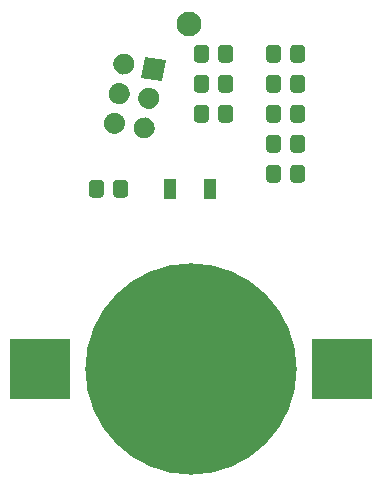
<source format=gbr>
%TF.GenerationSoftware,KiCad,Pcbnew,(5.1.6)-1*%
%TF.CreationDate,2021-01-16T18:50:24+01:00*%
%TF.ProjectId,Snowman_Earring,536e6f77-6d61-46e5-9f45-617272696e67,rev?*%
%TF.SameCoordinates,Original*%
%TF.FileFunction,Soldermask,Bot*%
%TF.FilePolarity,Negative*%
%FSLAX46Y46*%
G04 Gerber Fmt 4.6, Leading zero omitted, Abs format (unit mm)*
G04 Created by KiCad (PCBNEW (5.1.6)-1) date 2021-01-16 18:50:24*
%MOMM*%
%LPD*%
G01*
G04 APERTURE LIST*
%ADD10C,2.100000*%
%ADD11R,5.200000X5.200000*%
%ADD12C,17.900000*%
%ADD13C,0.100000*%
%ADD14R,1.000000X1.800000*%
G04 APERTURE END LIST*
D10*
%TO.C,REF\u002A\u002A*%
X100786932Y-60960000D03*
%TD*%
%TO.C,R0*%
G36*
G01*
X94380000Y-75408262D02*
X94380000Y-74451738D01*
G75*
G02*
X94651738Y-74180000I271738J0D01*
G01*
X95358262Y-74180000D01*
G75*
G02*
X95630000Y-74451738I0J-271738D01*
G01*
X95630000Y-75408262D01*
G75*
G02*
X95358262Y-75680000I-271738J0D01*
G01*
X94651738Y-75680000D01*
G75*
G02*
X94380000Y-75408262I0J271738D01*
G01*
G37*
G36*
G01*
X92330000Y-75408262D02*
X92330000Y-74451738D01*
G75*
G02*
X92601738Y-74180000I271738J0D01*
G01*
X93308262Y-74180000D01*
G75*
G02*
X93580000Y-74451738I0J-271738D01*
G01*
X93580000Y-75408262D01*
G75*
G02*
X93308262Y-75680000I-271738J0D01*
G01*
X92601738Y-75680000D01*
G75*
G02*
X92330000Y-75408262I0J271738D01*
G01*
G37*
%TD*%
%TO.C,R8*%
G36*
G01*
X109375000Y-63978262D02*
X109375000Y-63021738D01*
G75*
G02*
X109646738Y-62750000I271738J0D01*
G01*
X110353262Y-62750000D01*
G75*
G02*
X110625000Y-63021738I0J-271738D01*
G01*
X110625000Y-63978262D01*
G75*
G02*
X110353262Y-64250000I-271738J0D01*
G01*
X109646738Y-64250000D01*
G75*
G02*
X109375000Y-63978262I0J271738D01*
G01*
G37*
G36*
G01*
X107325000Y-63978262D02*
X107325000Y-63021738D01*
G75*
G02*
X107596738Y-62750000I271738J0D01*
G01*
X108303262Y-62750000D01*
G75*
G02*
X108575000Y-63021738I0J-271738D01*
G01*
X108575000Y-63978262D01*
G75*
G02*
X108303262Y-64250000I-271738J0D01*
G01*
X107596738Y-64250000D01*
G75*
G02*
X107325000Y-63978262I0J271738D01*
G01*
G37*
%TD*%
%TO.C,R7*%
G36*
G01*
X109375000Y-66518262D02*
X109375000Y-65561738D01*
G75*
G02*
X109646738Y-65290000I271738J0D01*
G01*
X110353262Y-65290000D01*
G75*
G02*
X110625000Y-65561738I0J-271738D01*
G01*
X110625000Y-66518262D01*
G75*
G02*
X110353262Y-66790000I-271738J0D01*
G01*
X109646738Y-66790000D01*
G75*
G02*
X109375000Y-66518262I0J271738D01*
G01*
G37*
G36*
G01*
X107325000Y-66518262D02*
X107325000Y-65561738D01*
G75*
G02*
X107596738Y-65290000I271738J0D01*
G01*
X108303262Y-65290000D01*
G75*
G02*
X108575000Y-65561738I0J-271738D01*
G01*
X108575000Y-66518262D01*
G75*
G02*
X108303262Y-66790000I-271738J0D01*
G01*
X107596738Y-66790000D01*
G75*
G02*
X107325000Y-66518262I0J271738D01*
G01*
G37*
%TD*%
%TO.C,R6*%
G36*
G01*
X109375000Y-69058262D02*
X109375000Y-68101738D01*
G75*
G02*
X109646738Y-67830000I271738J0D01*
G01*
X110353262Y-67830000D01*
G75*
G02*
X110625000Y-68101738I0J-271738D01*
G01*
X110625000Y-69058262D01*
G75*
G02*
X110353262Y-69330000I-271738J0D01*
G01*
X109646738Y-69330000D01*
G75*
G02*
X109375000Y-69058262I0J271738D01*
G01*
G37*
G36*
G01*
X107325000Y-69058262D02*
X107325000Y-68101738D01*
G75*
G02*
X107596738Y-67830000I271738J0D01*
G01*
X108303262Y-67830000D01*
G75*
G02*
X108575000Y-68101738I0J-271738D01*
G01*
X108575000Y-69058262D01*
G75*
G02*
X108303262Y-69330000I-271738J0D01*
G01*
X107596738Y-69330000D01*
G75*
G02*
X107325000Y-69058262I0J271738D01*
G01*
G37*
%TD*%
%TO.C,R5*%
G36*
G01*
X109375000Y-71598262D02*
X109375000Y-70641738D01*
G75*
G02*
X109646738Y-70370000I271738J0D01*
G01*
X110353262Y-70370000D01*
G75*
G02*
X110625000Y-70641738I0J-271738D01*
G01*
X110625000Y-71598262D01*
G75*
G02*
X110353262Y-71870000I-271738J0D01*
G01*
X109646738Y-71870000D01*
G75*
G02*
X109375000Y-71598262I0J271738D01*
G01*
G37*
G36*
G01*
X107325000Y-71598262D02*
X107325000Y-70641738D01*
G75*
G02*
X107596738Y-70370000I271738J0D01*
G01*
X108303262Y-70370000D01*
G75*
G02*
X108575000Y-70641738I0J-271738D01*
G01*
X108575000Y-71598262D01*
G75*
G02*
X108303262Y-71870000I-271738J0D01*
G01*
X107596738Y-71870000D01*
G75*
G02*
X107325000Y-71598262I0J271738D01*
G01*
G37*
%TD*%
%TO.C,R4*%
G36*
G01*
X109375000Y-74138262D02*
X109375000Y-73181738D01*
G75*
G02*
X109646738Y-72910000I271738J0D01*
G01*
X110353262Y-72910000D01*
G75*
G02*
X110625000Y-73181738I0J-271738D01*
G01*
X110625000Y-74138262D01*
G75*
G02*
X110353262Y-74410000I-271738J0D01*
G01*
X109646738Y-74410000D01*
G75*
G02*
X109375000Y-74138262I0J271738D01*
G01*
G37*
G36*
G01*
X107325000Y-74138262D02*
X107325000Y-73181738D01*
G75*
G02*
X107596738Y-72910000I271738J0D01*
G01*
X108303262Y-72910000D01*
G75*
G02*
X108575000Y-73181738I0J-271738D01*
G01*
X108575000Y-74138262D01*
G75*
G02*
X108303262Y-74410000I-271738J0D01*
G01*
X107596738Y-74410000D01*
G75*
G02*
X107325000Y-74138262I0J271738D01*
G01*
G37*
%TD*%
%TO.C,R3*%
G36*
G01*
X103270000Y-69058262D02*
X103270000Y-68101738D01*
G75*
G02*
X103541738Y-67830000I271738J0D01*
G01*
X104248262Y-67830000D01*
G75*
G02*
X104520000Y-68101738I0J-271738D01*
G01*
X104520000Y-69058262D01*
G75*
G02*
X104248262Y-69330000I-271738J0D01*
G01*
X103541738Y-69330000D01*
G75*
G02*
X103270000Y-69058262I0J271738D01*
G01*
G37*
G36*
G01*
X101220000Y-69058262D02*
X101220000Y-68101738D01*
G75*
G02*
X101491738Y-67830000I271738J0D01*
G01*
X102198262Y-67830000D01*
G75*
G02*
X102470000Y-68101738I0J-271738D01*
G01*
X102470000Y-69058262D01*
G75*
G02*
X102198262Y-69330000I-271738J0D01*
G01*
X101491738Y-69330000D01*
G75*
G02*
X101220000Y-69058262I0J271738D01*
G01*
G37*
%TD*%
%TO.C,R2*%
G36*
G01*
X103270000Y-66518262D02*
X103270000Y-65561738D01*
G75*
G02*
X103541738Y-65290000I271738J0D01*
G01*
X104248262Y-65290000D01*
G75*
G02*
X104520000Y-65561738I0J-271738D01*
G01*
X104520000Y-66518262D01*
G75*
G02*
X104248262Y-66790000I-271738J0D01*
G01*
X103541738Y-66790000D01*
G75*
G02*
X103270000Y-66518262I0J271738D01*
G01*
G37*
G36*
G01*
X101220000Y-66518262D02*
X101220000Y-65561738D01*
G75*
G02*
X101491738Y-65290000I271738J0D01*
G01*
X102198262Y-65290000D01*
G75*
G02*
X102470000Y-65561738I0J-271738D01*
G01*
X102470000Y-66518262D01*
G75*
G02*
X102198262Y-66790000I-271738J0D01*
G01*
X101491738Y-66790000D01*
G75*
G02*
X101220000Y-66518262I0J271738D01*
G01*
G37*
%TD*%
%TO.C,R1*%
G36*
G01*
X103270000Y-63978262D02*
X103270000Y-63021738D01*
G75*
G02*
X103541738Y-62750000I271738J0D01*
G01*
X104248262Y-62750000D01*
G75*
G02*
X104520000Y-63021738I0J-271738D01*
G01*
X104520000Y-63978262D01*
G75*
G02*
X104248262Y-64250000I-271738J0D01*
G01*
X103541738Y-64250000D01*
G75*
G02*
X103270000Y-63978262I0J271738D01*
G01*
G37*
G36*
G01*
X101220000Y-63978262D02*
X101220000Y-63021738D01*
G75*
G02*
X101491738Y-62750000I271738J0D01*
G01*
X102198262Y-62750000D01*
G75*
G02*
X102470000Y-63021738I0J-271738D01*
G01*
X102470000Y-63978262D01*
G75*
G02*
X102198262Y-64250000I-271738J0D01*
G01*
X101491738Y-64250000D01*
G75*
G02*
X101220000Y-63978262I0J271738D01*
G01*
G37*
%TD*%
D11*
%TO.C,BT1*%
X113765001Y-90170000D03*
X88165001Y-90170000D03*
D12*
X100965001Y-90170000D03*
%TD*%
D13*
%TO.C,J1*%
G36*
X98819711Y-64021872D02*
G01*
X98538128Y-65799711D01*
X96760289Y-65518128D01*
X97041872Y-63740289D01*
X98819711Y-64021872D01*
G37*
G36*
G01*
X96170192Y-64513447D02*
X96170192Y-64513447D01*
G75*
G02*
X95140481Y-65261576I-888920J140791D01*
G01*
X95140481Y-65261576D01*
G75*
G02*
X94392352Y-64231865I140791J888920D01*
G01*
X94392352Y-64231865D01*
G75*
G02*
X95422063Y-63483736I888920J-140791D01*
G01*
X95422063Y-63483736D01*
G75*
G02*
X96170192Y-64513447I-140791J-888920D01*
G01*
G37*
G36*
G01*
X98281576Y-67419519D02*
X98281576Y-67419519D01*
G75*
G02*
X97251865Y-68167648I-888920J140791D01*
G01*
X97251865Y-68167648D01*
G75*
G02*
X96503736Y-67137937I140791J888920D01*
G01*
X96503736Y-67137937D01*
G75*
G02*
X97533447Y-66389808I888920J-140791D01*
G01*
X97533447Y-66389808D01*
G75*
G02*
X98281576Y-67419519I-140791J-888920D01*
G01*
G37*
G36*
G01*
X95772848Y-67022176D02*
X95772848Y-67022176D01*
G75*
G02*
X94743137Y-67770305I-888920J140791D01*
G01*
X94743137Y-67770305D01*
G75*
G02*
X93995008Y-66740594I140791J888920D01*
G01*
X93995008Y-66740594D01*
G75*
G02*
X95024719Y-65992465I888920J-140791D01*
G01*
X95024719Y-65992465D01*
G75*
G02*
X95772848Y-67022176I-140791J-888920D01*
G01*
G37*
G36*
G01*
X97884233Y-69928248D02*
X97884233Y-69928248D01*
G75*
G02*
X96854522Y-70676377I-888920J140791D01*
G01*
X96854522Y-70676377D01*
G75*
G02*
X96106393Y-69646666I140791J888920D01*
G01*
X96106393Y-69646666D01*
G75*
G02*
X97136104Y-68898537I888920J-140791D01*
G01*
X97136104Y-68898537D01*
G75*
G02*
X97884233Y-69928248I-140791J-888920D01*
G01*
G37*
G36*
G01*
X95375505Y-69530904D02*
X95375505Y-69530904D01*
G75*
G02*
X94345794Y-70279033I-888920J140791D01*
G01*
X94345794Y-70279033D01*
G75*
G02*
X93597665Y-69249322I140791J888920D01*
G01*
X93597665Y-69249322D01*
G75*
G02*
X94627376Y-68501193I888920J-140791D01*
G01*
X94627376Y-68501193D01*
G75*
G02*
X95375505Y-69530904I-140791J-888920D01*
G01*
G37*
%TD*%
D14*
%TO.C,SW1*%
X99161649Y-74930000D03*
X102561649Y-74930000D03*
%TD*%
M02*

</source>
